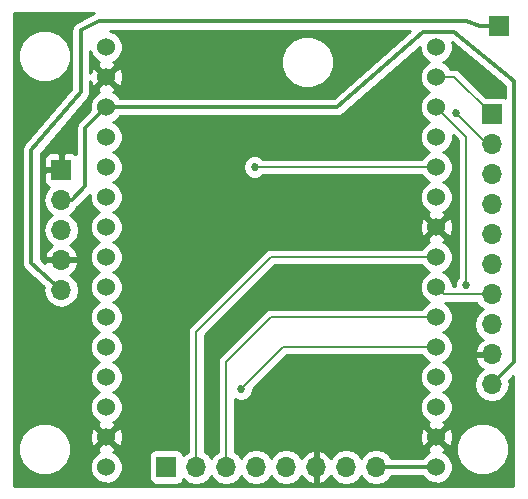
<source format=gtl>
G04 #@! TF.FileFunction,Copper,L1,Top,Signal*
%FSLAX46Y46*%
G04 Gerber Fmt 4.6, Leading zero omitted, Abs format (unit mm)*
G04 Created by KiCad (PCBNEW 4.0.6) date 05/17/17 20:45:08*
%MOMM*%
%LPD*%
G01*
G04 APERTURE LIST*
%ADD10C,0.101600*%
%ADD11C,0.600000*%
%ADD12R,1.700000X1.700000*%
%ADD13O,1.700000X1.700000*%
%ADD14C,1.524000*%
%ADD15C,0.685800*%
%ADD16C,0.152400*%
%ADD17C,0.304800*%
%ADD18C,0.250000*%
%ADD19C,0.254000*%
G04 APERTURE END LIST*
D10*
D11*
X45339000Y-35433000D03*
X81026000Y-40513000D03*
X60325000Y-69342000D03*
X59182000Y-61468000D03*
D12*
X44831000Y-48133000D03*
D13*
X44831000Y-50673000D03*
X44831000Y-53213000D03*
X44831000Y-55753000D03*
X44831000Y-58293000D03*
D14*
X48641000Y-37719000D03*
X48641000Y-40259000D03*
X48641000Y-42799000D03*
X48641000Y-45339000D03*
X48641000Y-47879000D03*
X48641000Y-50419000D03*
X48641000Y-52959000D03*
X48641000Y-55499000D03*
X48641000Y-58039000D03*
X48641000Y-60579000D03*
X48641000Y-63119000D03*
X48641000Y-65659000D03*
X48641000Y-68199000D03*
X48641000Y-70739000D03*
X48641000Y-73279000D03*
X76581000Y-73279000D03*
X76581000Y-70739000D03*
X76581000Y-68199000D03*
X76581000Y-65659000D03*
X76581000Y-63119000D03*
X76581000Y-60579000D03*
X76581000Y-58039000D03*
X76581000Y-55499000D03*
X76581000Y-52959000D03*
X76581000Y-50419000D03*
X76581000Y-47879000D03*
X76581000Y-45339000D03*
X76581000Y-42799000D03*
X76581000Y-40259000D03*
X76581000Y-37719000D03*
D12*
X81280000Y-43434000D03*
D13*
X81280000Y-45974000D03*
X81280000Y-48514000D03*
X81280000Y-51054000D03*
X81280000Y-53594000D03*
X81280000Y-56134000D03*
X81280000Y-58674000D03*
X81280000Y-61214000D03*
X81280000Y-63754000D03*
X81280000Y-66294000D03*
D12*
X53721000Y-73279000D03*
D13*
X56261000Y-73279000D03*
X58801000Y-73279000D03*
X61341000Y-73279000D03*
X63881000Y-73279000D03*
X66421000Y-73279000D03*
X68961000Y-73279000D03*
X71501000Y-73279000D03*
D12*
X81915000Y-35941000D03*
D11*
X42545000Y-42672000D03*
D15*
X60071000Y-66675000D03*
X78232000Y-43307000D03*
X79121000Y-57912000D03*
X61214000Y-47879000D03*
D16*
X76581000Y-63119000D02*
X63627000Y-63119000D01*
X63627000Y-63119000D02*
X60071000Y-66675000D01*
X56261000Y-73279000D02*
X56261000Y-61849000D01*
X56261000Y-61849000D02*
X62611000Y-55499000D01*
X62611000Y-55499000D02*
X76581000Y-55499000D01*
X58801000Y-73279000D02*
X58801000Y-64389000D01*
X58801000Y-64389000D02*
X62611000Y-60579000D01*
X62611000Y-60579000D02*
X76581000Y-60579000D01*
X81280000Y-58674000D02*
X77216000Y-58674000D01*
X77216000Y-58674000D02*
X76581000Y-58039000D01*
D17*
X71501000Y-73279000D02*
X76581000Y-73279000D01*
D18*
X76581000Y-73279000D02*
X76581000Y-73279000D01*
D16*
X76581000Y-40259000D02*
X78105000Y-40259000D01*
X78105000Y-40259000D02*
X81280000Y-43434000D01*
X81280000Y-45974000D02*
X80899000Y-45974000D01*
X80899000Y-45974000D02*
X78232000Y-43307000D01*
X81280000Y-45974000D02*
X80645000Y-45974000D01*
X81026000Y-46228000D02*
X81280000Y-45974000D01*
X79121000Y-57912000D02*
X79121000Y-45339000D01*
X79121000Y-45339000D02*
X76581000Y-42799000D01*
D17*
X48641000Y-42799000D02*
X68199000Y-42799000D01*
X83185000Y-64389000D02*
X81280000Y-66294000D01*
X83185000Y-40640000D02*
X83185000Y-64389000D01*
X78105000Y-36449000D02*
X83185000Y-40640000D01*
X75438000Y-36449000D02*
X78105000Y-36449000D01*
X68199000Y-42799000D02*
X75438000Y-36449000D01*
X44831000Y-50673000D02*
X45720000Y-50673000D01*
X46863000Y-44577000D02*
X48641000Y-42799000D01*
X46863000Y-49530000D02*
X46863000Y-44577000D01*
X45720000Y-50673000D02*
X46863000Y-49530000D01*
D16*
X61595000Y-47879000D02*
X76581000Y-47879000D01*
X61214000Y-47879000D02*
X61595000Y-47879000D01*
X76581000Y-47879000D02*
X76962000Y-47879000D01*
D17*
X81915000Y-35941000D02*
X80264000Y-35941000D01*
X80264000Y-35941000D02*
X79121000Y-35560000D01*
X79121000Y-35560000D02*
X48006000Y-35560000D01*
X48006000Y-35560000D02*
X46482000Y-36322000D01*
X46482000Y-36322000D02*
X46482000Y-41529000D01*
X46482000Y-41529000D02*
X42291000Y-46482000D01*
X42291000Y-46482000D02*
X42291000Y-56007000D01*
X42291000Y-56007000D02*
X44831000Y-58293000D01*
D19*
G36*
X46129864Y-35617728D02*
X46030161Y-35695107D01*
X45925224Y-35765224D01*
X45909506Y-35788747D01*
X45887155Y-35806094D01*
X45824653Y-35915739D01*
X45754537Y-36020675D01*
X45749017Y-36048424D01*
X45735007Y-36073002D01*
X45719222Y-36198215D01*
X45694600Y-36322000D01*
X45694600Y-41240570D01*
X41689910Y-45973385D01*
X41631035Y-46079657D01*
X41563537Y-46180675D01*
X41557076Y-46213157D01*
X41541026Y-46242128D01*
X41527301Y-46362844D01*
X41503600Y-46482000D01*
X41503600Y-56007000D01*
X41507697Y-56027598D01*
X41504688Y-56048385D01*
X41537531Y-56177582D01*
X41563537Y-56308325D01*
X41575206Y-56325789D01*
X41580380Y-56346143D01*
X41660162Y-56452935D01*
X41734224Y-56563776D01*
X41751687Y-56575444D01*
X41764257Y-56592270D01*
X43368084Y-58035714D01*
X43316907Y-58293000D01*
X43429946Y-58861285D01*
X43751853Y-59343054D01*
X44233622Y-59664961D01*
X44801907Y-59778000D01*
X44860093Y-59778000D01*
X45428378Y-59664961D01*
X45910147Y-59343054D01*
X46232054Y-58861285D01*
X46345093Y-58293000D01*
X46232054Y-57724715D01*
X45910147Y-57242946D01*
X45569447Y-57015298D01*
X45712358Y-56948183D01*
X46102645Y-56519924D01*
X46272476Y-56109890D01*
X46151155Y-55880000D01*
X44958000Y-55880000D01*
X44958000Y-55900000D01*
X44704000Y-55900000D01*
X44704000Y-55880000D01*
X43510845Y-55880000D01*
X43451622Y-55992221D01*
X43078400Y-55656321D01*
X43078400Y-47156690D01*
X43346000Y-47156690D01*
X43346000Y-47847250D01*
X43504750Y-48006000D01*
X44704000Y-48006000D01*
X44704000Y-46806750D01*
X44545250Y-46648000D01*
X43854691Y-46648000D01*
X43621302Y-46744673D01*
X43442673Y-46923301D01*
X43346000Y-47156690D01*
X43078400Y-47156690D01*
X43078400Y-46770430D01*
X47083090Y-42037615D01*
X47141965Y-41931343D01*
X47209463Y-41830325D01*
X47215924Y-41797843D01*
X47231974Y-41768872D01*
X47245699Y-41648156D01*
X47269400Y-41529000D01*
X47269400Y-40629936D01*
X47418603Y-40990143D01*
X47660787Y-41059608D01*
X48461395Y-40259000D01*
X48820605Y-40259000D01*
X49621213Y-41059608D01*
X49863397Y-40990143D01*
X50050144Y-40466698D01*
X50022362Y-39911632D01*
X49863397Y-39527857D01*
X49621213Y-39458392D01*
X48820605Y-40259000D01*
X48461395Y-40259000D01*
X47660787Y-39458392D01*
X47418603Y-39527857D01*
X47269400Y-39946068D01*
X47269400Y-38057720D01*
X47455990Y-38509303D01*
X47848630Y-38902629D01*
X48040727Y-38982395D01*
X47909857Y-39036603D01*
X47840392Y-39278787D01*
X48641000Y-40079395D01*
X49288776Y-39431619D01*
X63423613Y-39431619D01*
X63763155Y-40253372D01*
X64391321Y-40882636D01*
X65212481Y-41223611D01*
X66101619Y-41224387D01*
X66923372Y-40884845D01*
X67552636Y-40256679D01*
X67893611Y-39435519D01*
X67894387Y-38546381D01*
X67554845Y-37724628D01*
X66926679Y-37095364D01*
X66105519Y-36754389D01*
X65216381Y-36753613D01*
X64394628Y-37093155D01*
X63765364Y-37721321D01*
X63424389Y-38542481D01*
X63423613Y-39431619D01*
X49288776Y-39431619D01*
X49441608Y-39278787D01*
X49372143Y-39036603D01*
X49231682Y-38986491D01*
X49431303Y-38904010D01*
X49824629Y-38511370D01*
X50037757Y-37998100D01*
X50038242Y-37442339D01*
X49826010Y-36928697D01*
X49433370Y-36535371D01*
X48980685Y-36347400D01*
X74359776Y-36347400D01*
X67902589Y-42011600D01*
X49827209Y-42011600D01*
X49826010Y-42008697D01*
X49433370Y-41615371D01*
X49241273Y-41535605D01*
X49372143Y-41481397D01*
X49441608Y-41239213D01*
X48641000Y-40438605D01*
X47840392Y-41239213D01*
X47909857Y-41481397D01*
X48050318Y-41531509D01*
X47850697Y-41613990D01*
X47457371Y-42006630D01*
X47244243Y-42519900D01*
X47243758Y-43075661D01*
X47245813Y-43080635D01*
X46306224Y-44020224D01*
X46135537Y-44275675D01*
X46075600Y-44577000D01*
X46075600Y-46779575D01*
X46040698Y-46744673D01*
X45807309Y-46648000D01*
X45116750Y-46648000D01*
X44958000Y-46806750D01*
X44958000Y-48006000D01*
X44978000Y-48006000D01*
X44978000Y-48260000D01*
X44958000Y-48260000D01*
X44958000Y-48280000D01*
X44704000Y-48280000D01*
X44704000Y-48260000D01*
X43504750Y-48260000D01*
X43346000Y-48418750D01*
X43346000Y-49109310D01*
X43442673Y-49342699D01*
X43621302Y-49521327D01*
X43795777Y-49593597D01*
X43751853Y-49622946D01*
X43429946Y-50104715D01*
X43316907Y-50673000D01*
X43429946Y-51241285D01*
X43751853Y-51723054D01*
X44081026Y-51943000D01*
X43751853Y-52162946D01*
X43429946Y-52644715D01*
X43316907Y-53213000D01*
X43429946Y-53781285D01*
X43751853Y-54263054D01*
X44092553Y-54490702D01*
X43949642Y-54557817D01*
X43559355Y-54986076D01*
X43389524Y-55396110D01*
X43510845Y-55626000D01*
X44704000Y-55626000D01*
X44704000Y-55606000D01*
X44958000Y-55606000D01*
X44958000Y-55626000D01*
X46151155Y-55626000D01*
X46272476Y-55396110D01*
X46102645Y-54986076D01*
X45712358Y-54557817D01*
X45569447Y-54490702D01*
X45910147Y-54263054D01*
X46232054Y-53781285D01*
X46345093Y-53213000D01*
X46232054Y-52644715D01*
X45910147Y-52162946D01*
X45580974Y-51943000D01*
X45910147Y-51723054D01*
X46209876Y-51274477D01*
X46276776Y-51229776D01*
X47244136Y-50262416D01*
X47243758Y-50695661D01*
X47455990Y-51209303D01*
X47848630Y-51602629D01*
X48056512Y-51688949D01*
X47850697Y-51773990D01*
X47457371Y-52166630D01*
X47244243Y-52679900D01*
X47243758Y-53235661D01*
X47455990Y-53749303D01*
X47848630Y-54142629D01*
X48056512Y-54228949D01*
X47850697Y-54313990D01*
X47457371Y-54706630D01*
X47244243Y-55219900D01*
X47243758Y-55775661D01*
X47455990Y-56289303D01*
X47848630Y-56682629D01*
X48056512Y-56768949D01*
X47850697Y-56853990D01*
X47457371Y-57246630D01*
X47244243Y-57759900D01*
X47243758Y-58315661D01*
X47455990Y-58829303D01*
X47848630Y-59222629D01*
X48056512Y-59308949D01*
X47850697Y-59393990D01*
X47457371Y-59786630D01*
X47244243Y-60299900D01*
X47243758Y-60855661D01*
X47455990Y-61369303D01*
X47848630Y-61762629D01*
X48056512Y-61848949D01*
X47850697Y-61933990D01*
X47457371Y-62326630D01*
X47244243Y-62839900D01*
X47243758Y-63395661D01*
X47455990Y-63909303D01*
X47848630Y-64302629D01*
X48056512Y-64388949D01*
X47850697Y-64473990D01*
X47457371Y-64866630D01*
X47244243Y-65379900D01*
X47243758Y-65935661D01*
X47455990Y-66449303D01*
X47848630Y-66842629D01*
X48056512Y-66928949D01*
X47850697Y-67013990D01*
X47457371Y-67406630D01*
X47244243Y-67919900D01*
X47243758Y-68475661D01*
X47455990Y-68989303D01*
X47848630Y-69382629D01*
X48040727Y-69462395D01*
X47909857Y-69516603D01*
X47840392Y-69758787D01*
X48641000Y-70559395D01*
X49441608Y-69758787D01*
X49372143Y-69516603D01*
X49231682Y-69466491D01*
X49431303Y-69384010D01*
X49824629Y-68991370D01*
X50037757Y-68478100D01*
X50038242Y-67922339D01*
X49826010Y-67408697D01*
X49433370Y-67015371D01*
X49225488Y-66929051D01*
X49431303Y-66844010D01*
X49824629Y-66451370D01*
X50037757Y-65938100D01*
X50038242Y-65382339D01*
X49826010Y-64868697D01*
X49433370Y-64475371D01*
X49225488Y-64389051D01*
X49431303Y-64304010D01*
X49824629Y-63911370D01*
X50037757Y-63398100D01*
X50038242Y-62842339D01*
X49826010Y-62328697D01*
X49433370Y-61935371D01*
X49225488Y-61849051D01*
X49431303Y-61764010D01*
X49824629Y-61371370D01*
X50037757Y-60858100D01*
X50038242Y-60302339D01*
X49826010Y-59788697D01*
X49433370Y-59395371D01*
X49225488Y-59309051D01*
X49431303Y-59224010D01*
X49824629Y-58831370D01*
X50037757Y-58318100D01*
X50038242Y-57762339D01*
X49826010Y-57248697D01*
X49433370Y-56855371D01*
X49225488Y-56769051D01*
X49431303Y-56684010D01*
X49824629Y-56291370D01*
X50037757Y-55778100D01*
X50038242Y-55222339D01*
X49826010Y-54708697D01*
X49433370Y-54315371D01*
X49225488Y-54229051D01*
X49431303Y-54144010D01*
X49824629Y-53751370D01*
X50037757Y-53238100D01*
X50038181Y-52751302D01*
X75171856Y-52751302D01*
X75199638Y-53306368D01*
X75358603Y-53690143D01*
X75600787Y-53759608D01*
X76401395Y-52959000D01*
X76760605Y-52959000D01*
X77561213Y-53759608D01*
X77803397Y-53690143D01*
X77990144Y-53166698D01*
X77962362Y-52611632D01*
X77803397Y-52227857D01*
X77561213Y-52158392D01*
X76760605Y-52959000D01*
X76401395Y-52959000D01*
X75600787Y-52158392D01*
X75358603Y-52227857D01*
X75171856Y-52751302D01*
X50038181Y-52751302D01*
X50038242Y-52682339D01*
X49826010Y-52168697D01*
X49433370Y-51775371D01*
X49225488Y-51689051D01*
X49431303Y-51604010D01*
X49824629Y-51211370D01*
X50037757Y-50698100D01*
X50038242Y-50142339D01*
X49826010Y-49628697D01*
X49433370Y-49235371D01*
X49225488Y-49149051D01*
X49431303Y-49064010D01*
X49824629Y-48671370D01*
X50037757Y-48158100D01*
X50038242Y-47602339D01*
X49826010Y-47088697D01*
X49433370Y-46695371D01*
X49225488Y-46609051D01*
X49431303Y-46524010D01*
X49824629Y-46131370D01*
X50037757Y-45618100D01*
X50038242Y-45062339D01*
X49826010Y-44548697D01*
X49433370Y-44155371D01*
X49225488Y-44069051D01*
X49431303Y-43984010D01*
X49824629Y-43591370D01*
X49826693Y-43586400D01*
X68199000Y-43586400D01*
X68324909Y-43561355D01*
X68452193Y-43544582D01*
X68474763Y-43531548D01*
X68500325Y-43526463D01*
X68607072Y-43455137D01*
X68718241Y-43390935D01*
X75183999Y-37719217D01*
X75183758Y-37995661D01*
X75395990Y-38509303D01*
X75788630Y-38902629D01*
X75996512Y-38988949D01*
X75790697Y-39073990D01*
X75397371Y-39466630D01*
X75184243Y-39979900D01*
X75183758Y-40535661D01*
X75395990Y-41049303D01*
X75788630Y-41442629D01*
X75996512Y-41528949D01*
X75790697Y-41613990D01*
X75397371Y-42006630D01*
X75184243Y-42519900D01*
X75183758Y-43075661D01*
X75395990Y-43589303D01*
X75788630Y-43982629D01*
X75996512Y-44068949D01*
X75790697Y-44153990D01*
X75397371Y-44546630D01*
X75184243Y-45059900D01*
X75183758Y-45615661D01*
X75395990Y-46129303D01*
X75788630Y-46522629D01*
X75996512Y-46608949D01*
X75790697Y-46693990D01*
X75397371Y-47086630D01*
X75363666Y-47167800D01*
X61885794Y-47167800D01*
X61768659Y-47050460D01*
X61409370Y-46901270D01*
X61020337Y-46900931D01*
X60660788Y-47049493D01*
X60385460Y-47324341D01*
X60236270Y-47683630D01*
X60235931Y-48072663D01*
X60384493Y-48432212D01*
X60659341Y-48707540D01*
X61018630Y-48856730D01*
X61407663Y-48857069D01*
X61767212Y-48708507D01*
X61885726Y-48590200D01*
X75363305Y-48590200D01*
X75395990Y-48669303D01*
X75788630Y-49062629D01*
X75996512Y-49148949D01*
X75790697Y-49233990D01*
X75397371Y-49626630D01*
X75184243Y-50139900D01*
X75183758Y-50695661D01*
X75395990Y-51209303D01*
X75788630Y-51602629D01*
X75980727Y-51682395D01*
X75849857Y-51736603D01*
X75780392Y-51978787D01*
X76581000Y-52779395D01*
X77381608Y-51978787D01*
X77312143Y-51736603D01*
X77171682Y-51686491D01*
X77371303Y-51604010D01*
X77764629Y-51211370D01*
X77977757Y-50698100D01*
X77978242Y-50142339D01*
X77766010Y-49628697D01*
X77373370Y-49235371D01*
X77165488Y-49149051D01*
X77371303Y-49064010D01*
X77764629Y-48671370D01*
X77977757Y-48158100D01*
X77978242Y-47602339D01*
X77766010Y-47088697D01*
X77373370Y-46695371D01*
X77165488Y-46609051D01*
X77371303Y-46524010D01*
X77764629Y-46131370D01*
X77977757Y-45618100D01*
X77978120Y-45201909D01*
X78409800Y-45633589D01*
X78409800Y-57240206D01*
X78292460Y-57357341D01*
X78143270Y-57716630D01*
X78143055Y-57962800D01*
X77978067Y-57962800D01*
X77978242Y-57762339D01*
X77766010Y-57248697D01*
X77373370Y-56855371D01*
X77165488Y-56769051D01*
X77371303Y-56684010D01*
X77764629Y-56291370D01*
X77977757Y-55778100D01*
X77978242Y-55222339D01*
X77766010Y-54708697D01*
X77373370Y-54315371D01*
X77181273Y-54235605D01*
X77312143Y-54181397D01*
X77381608Y-53939213D01*
X76581000Y-53138605D01*
X75780392Y-53939213D01*
X75849857Y-54181397D01*
X75990318Y-54231509D01*
X75790697Y-54313990D01*
X75397371Y-54706630D01*
X75363666Y-54787800D01*
X62611000Y-54787800D01*
X62383990Y-54832955D01*
X62338835Y-54841937D01*
X62108106Y-54996106D01*
X55758106Y-61346106D01*
X55603937Y-61576835D01*
X55603937Y-61576836D01*
X55549800Y-61849000D01*
X55549800Y-71973439D01*
X55210946Y-72199853D01*
X55183150Y-72241452D01*
X55174162Y-72193683D01*
X55035090Y-71977559D01*
X54822890Y-71832569D01*
X54571000Y-71781560D01*
X52871000Y-71781560D01*
X52635683Y-71825838D01*
X52419559Y-71964910D01*
X52274569Y-72177110D01*
X52223560Y-72429000D01*
X52223560Y-74129000D01*
X52267838Y-74364317D01*
X52406910Y-74580441D01*
X52619110Y-74725431D01*
X52871000Y-74776440D01*
X54571000Y-74776440D01*
X54806317Y-74732162D01*
X55022441Y-74593090D01*
X55167431Y-74380890D01*
X55181086Y-74313459D01*
X55210946Y-74358147D01*
X55692715Y-74680054D01*
X56261000Y-74793093D01*
X56829285Y-74680054D01*
X57311054Y-74358147D01*
X57531000Y-74028974D01*
X57750946Y-74358147D01*
X58232715Y-74680054D01*
X58801000Y-74793093D01*
X59369285Y-74680054D01*
X59851054Y-74358147D01*
X60071000Y-74028974D01*
X60290946Y-74358147D01*
X60772715Y-74680054D01*
X61341000Y-74793093D01*
X61909285Y-74680054D01*
X62391054Y-74358147D01*
X62611000Y-74028974D01*
X62830946Y-74358147D01*
X63312715Y-74680054D01*
X63881000Y-74793093D01*
X64449285Y-74680054D01*
X64931054Y-74358147D01*
X65158702Y-74017447D01*
X65225817Y-74160358D01*
X65654076Y-74550645D01*
X66064110Y-74720476D01*
X66294000Y-74599155D01*
X66294000Y-73406000D01*
X66274000Y-73406000D01*
X66274000Y-73152000D01*
X66294000Y-73152000D01*
X66294000Y-71958845D01*
X66548000Y-71958845D01*
X66548000Y-73152000D01*
X66568000Y-73152000D01*
X66568000Y-73406000D01*
X66548000Y-73406000D01*
X66548000Y-74599155D01*
X66777890Y-74720476D01*
X67187924Y-74550645D01*
X67616183Y-74160358D01*
X67683298Y-74017447D01*
X67910946Y-74358147D01*
X68392715Y-74680054D01*
X68961000Y-74793093D01*
X69529285Y-74680054D01*
X70011054Y-74358147D01*
X70231000Y-74028974D01*
X70450946Y-74358147D01*
X70932715Y-74680054D01*
X71501000Y-74793093D01*
X72069285Y-74680054D01*
X72551054Y-74358147D01*
X72745993Y-74066400D01*
X75394791Y-74066400D01*
X75395990Y-74069303D01*
X75788630Y-74462629D01*
X76301900Y-74675757D01*
X76857661Y-74676242D01*
X77371303Y-74464010D01*
X77764629Y-74071370D01*
X77977757Y-73558100D01*
X77978242Y-73002339D01*
X77766010Y-72488697D01*
X77475440Y-72197619D01*
X78282613Y-72197619D01*
X78622155Y-73019372D01*
X79250321Y-73648636D01*
X80071481Y-73989611D01*
X80960619Y-73990387D01*
X81782372Y-73650845D01*
X82411636Y-73022679D01*
X82752611Y-72201519D01*
X82753387Y-71312381D01*
X82413845Y-70490628D01*
X81785679Y-69861364D01*
X80964519Y-69520389D01*
X80075381Y-69519613D01*
X79253628Y-69859155D01*
X78624364Y-70487321D01*
X78283389Y-71308481D01*
X78282613Y-72197619D01*
X77475440Y-72197619D01*
X77373370Y-72095371D01*
X77181273Y-72015605D01*
X77312143Y-71961397D01*
X77381608Y-71719213D01*
X76581000Y-70918605D01*
X75780392Y-71719213D01*
X75849857Y-71961397D01*
X75990318Y-72011509D01*
X75790697Y-72093990D01*
X75397371Y-72486630D01*
X75395307Y-72491600D01*
X72745993Y-72491600D01*
X72551054Y-72199853D01*
X72069285Y-71877946D01*
X71501000Y-71764907D01*
X70932715Y-71877946D01*
X70450946Y-72199853D01*
X70231000Y-72529026D01*
X70011054Y-72199853D01*
X69529285Y-71877946D01*
X68961000Y-71764907D01*
X68392715Y-71877946D01*
X67910946Y-72199853D01*
X67683298Y-72540553D01*
X67616183Y-72397642D01*
X67187924Y-72007355D01*
X66777890Y-71837524D01*
X66548000Y-71958845D01*
X66294000Y-71958845D01*
X66064110Y-71837524D01*
X65654076Y-72007355D01*
X65225817Y-72397642D01*
X65158702Y-72540553D01*
X64931054Y-72199853D01*
X64449285Y-71877946D01*
X63881000Y-71764907D01*
X63312715Y-71877946D01*
X62830946Y-72199853D01*
X62611000Y-72529026D01*
X62391054Y-72199853D01*
X61909285Y-71877946D01*
X61341000Y-71764907D01*
X60772715Y-71877946D01*
X60290946Y-72199853D01*
X60071000Y-72529026D01*
X59851054Y-72199853D01*
X59512200Y-71973439D01*
X59512200Y-70531302D01*
X75171856Y-70531302D01*
X75199638Y-71086368D01*
X75358603Y-71470143D01*
X75600787Y-71539608D01*
X76401395Y-70739000D01*
X76760605Y-70739000D01*
X77561213Y-71539608D01*
X77803397Y-71470143D01*
X77990144Y-70946698D01*
X77962362Y-70391632D01*
X77803397Y-70007857D01*
X77561213Y-69938392D01*
X76760605Y-70739000D01*
X76401395Y-70739000D01*
X75600787Y-69938392D01*
X75358603Y-70007857D01*
X75171856Y-70531302D01*
X59512200Y-70531302D01*
X59512200Y-67499392D01*
X59516341Y-67503540D01*
X59875630Y-67652730D01*
X60264663Y-67653069D01*
X60624212Y-67504507D01*
X60899540Y-67229659D01*
X61048730Y-66870370D01*
X61048876Y-66702912D01*
X63921589Y-63830200D01*
X75363305Y-63830200D01*
X75395990Y-63909303D01*
X75788630Y-64302629D01*
X75996512Y-64388949D01*
X75790697Y-64473990D01*
X75397371Y-64866630D01*
X75184243Y-65379900D01*
X75183758Y-65935661D01*
X75395990Y-66449303D01*
X75788630Y-66842629D01*
X75996512Y-66928949D01*
X75790697Y-67013990D01*
X75397371Y-67406630D01*
X75184243Y-67919900D01*
X75183758Y-68475661D01*
X75395990Y-68989303D01*
X75788630Y-69382629D01*
X75980727Y-69462395D01*
X75849857Y-69516603D01*
X75780392Y-69758787D01*
X76581000Y-70559395D01*
X77381608Y-69758787D01*
X77312143Y-69516603D01*
X77171682Y-69466491D01*
X77371303Y-69384010D01*
X77764629Y-68991370D01*
X77977757Y-68478100D01*
X77978242Y-67922339D01*
X77766010Y-67408697D01*
X77373370Y-67015371D01*
X77165488Y-66929051D01*
X77371303Y-66844010D01*
X77764629Y-66451370D01*
X77977757Y-65938100D01*
X77978242Y-65382339D01*
X77766010Y-64868697D01*
X77373370Y-64475371D01*
X77165488Y-64389051D01*
X77371303Y-64304010D01*
X77764629Y-63911370D01*
X77977757Y-63398100D01*
X77978242Y-62842339D01*
X77766010Y-62328697D01*
X77373370Y-61935371D01*
X77165488Y-61849051D01*
X77371303Y-61764010D01*
X77764629Y-61371370D01*
X77977757Y-60858100D01*
X77978242Y-60302339D01*
X77766010Y-59788697D01*
X77373370Y-59395371D01*
X77348875Y-59385200D01*
X79974439Y-59385200D01*
X80200853Y-59724054D01*
X80530026Y-59944000D01*
X80200853Y-60163946D01*
X79878946Y-60645715D01*
X79765907Y-61214000D01*
X79878946Y-61782285D01*
X80200853Y-62264054D01*
X80541553Y-62491702D01*
X80398642Y-62558817D01*
X80008355Y-62987076D01*
X79838524Y-63397110D01*
X79959845Y-63627000D01*
X81153000Y-63627000D01*
X81153000Y-63607000D01*
X81407000Y-63607000D01*
X81407000Y-63627000D01*
X81427000Y-63627000D01*
X81427000Y-63881000D01*
X81407000Y-63881000D01*
X81407000Y-63901000D01*
X81153000Y-63901000D01*
X81153000Y-63881000D01*
X79959845Y-63881000D01*
X79838524Y-64110890D01*
X80008355Y-64520924D01*
X80398642Y-64949183D01*
X80541553Y-65016298D01*
X80200853Y-65243946D01*
X79878946Y-65725715D01*
X79765907Y-66294000D01*
X79878946Y-66862285D01*
X80200853Y-67344054D01*
X80682622Y-67665961D01*
X81250907Y-67779000D01*
X81309093Y-67779000D01*
X81877378Y-67665961D01*
X82359147Y-67344054D01*
X82681054Y-66862285D01*
X82794093Y-66294000D01*
X82727639Y-65959913D01*
X83110000Y-65577552D01*
X83110000Y-74855000D01*
X40842000Y-74855000D01*
X40842000Y-72197619D01*
X41198613Y-72197619D01*
X41538155Y-73019372D01*
X42166321Y-73648636D01*
X42987481Y-73989611D01*
X43876619Y-73990387D01*
X44698372Y-73650845D01*
X44793722Y-73555661D01*
X47243758Y-73555661D01*
X47455990Y-74069303D01*
X47848630Y-74462629D01*
X48361900Y-74675757D01*
X48917661Y-74676242D01*
X49431303Y-74464010D01*
X49824629Y-74071370D01*
X50037757Y-73558100D01*
X50038242Y-73002339D01*
X49826010Y-72488697D01*
X49433370Y-72095371D01*
X49241273Y-72015605D01*
X49372143Y-71961397D01*
X49441608Y-71719213D01*
X48641000Y-70918605D01*
X47840392Y-71719213D01*
X47909857Y-71961397D01*
X48050318Y-72011509D01*
X47850697Y-72093990D01*
X47457371Y-72486630D01*
X47244243Y-72999900D01*
X47243758Y-73555661D01*
X44793722Y-73555661D01*
X45327636Y-73022679D01*
X45668611Y-72201519D01*
X45669387Y-71312381D01*
X45346652Y-70531302D01*
X47231856Y-70531302D01*
X47259638Y-71086368D01*
X47418603Y-71470143D01*
X47660787Y-71539608D01*
X48461395Y-70739000D01*
X48820605Y-70739000D01*
X49621213Y-71539608D01*
X49863397Y-71470143D01*
X50050144Y-70946698D01*
X50022362Y-70391632D01*
X49863397Y-70007857D01*
X49621213Y-69938392D01*
X48820605Y-70739000D01*
X48461395Y-70739000D01*
X47660787Y-69938392D01*
X47418603Y-70007857D01*
X47231856Y-70531302D01*
X45346652Y-70531302D01*
X45329845Y-70490628D01*
X44701679Y-69861364D01*
X43880519Y-69520389D01*
X42991381Y-69519613D01*
X42169628Y-69859155D01*
X41540364Y-70487321D01*
X41199389Y-71308481D01*
X41198613Y-72197619D01*
X40842000Y-72197619D01*
X40842000Y-38923619D01*
X41198613Y-38923619D01*
X41538155Y-39745372D01*
X42166321Y-40374636D01*
X42987481Y-40715611D01*
X43876619Y-40716387D01*
X44698372Y-40376845D01*
X45327636Y-39748679D01*
X45668611Y-38927519D01*
X45669387Y-38038381D01*
X45329845Y-37216628D01*
X44701679Y-36587364D01*
X43880519Y-36246389D01*
X42991381Y-36245613D01*
X42169628Y-36585155D01*
X41540364Y-37213321D01*
X41199389Y-38034481D01*
X41198613Y-38923619D01*
X40842000Y-38923619D01*
X40842000Y-34873000D01*
X47619320Y-34873000D01*
X46129864Y-35617728D01*
X46129864Y-35617728D01*
G37*
X46129864Y-35617728D02*
X46030161Y-35695107D01*
X45925224Y-35765224D01*
X45909506Y-35788747D01*
X45887155Y-35806094D01*
X45824653Y-35915739D01*
X45754537Y-36020675D01*
X45749017Y-36048424D01*
X45735007Y-36073002D01*
X45719222Y-36198215D01*
X45694600Y-36322000D01*
X45694600Y-41240570D01*
X41689910Y-45973385D01*
X41631035Y-46079657D01*
X41563537Y-46180675D01*
X41557076Y-46213157D01*
X41541026Y-46242128D01*
X41527301Y-46362844D01*
X41503600Y-46482000D01*
X41503600Y-56007000D01*
X41507697Y-56027598D01*
X41504688Y-56048385D01*
X41537531Y-56177582D01*
X41563537Y-56308325D01*
X41575206Y-56325789D01*
X41580380Y-56346143D01*
X41660162Y-56452935D01*
X41734224Y-56563776D01*
X41751687Y-56575444D01*
X41764257Y-56592270D01*
X43368084Y-58035714D01*
X43316907Y-58293000D01*
X43429946Y-58861285D01*
X43751853Y-59343054D01*
X44233622Y-59664961D01*
X44801907Y-59778000D01*
X44860093Y-59778000D01*
X45428378Y-59664961D01*
X45910147Y-59343054D01*
X46232054Y-58861285D01*
X46345093Y-58293000D01*
X46232054Y-57724715D01*
X45910147Y-57242946D01*
X45569447Y-57015298D01*
X45712358Y-56948183D01*
X46102645Y-56519924D01*
X46272476Y-56109890D01*
X46151155Y-55880000D01*
X44958000Y-55880000D01*
X44958000Y-55900000D01*
X44704000Y-55900000D01*
X44704000Y-55880000D01*
X43510845Y-55880000D01*
X43451622Y-55992221D01*
X43078400Y-55656321D01*
X43078400Y-47156690D01*
X43346000Y-47156690D01*
X43346000Y-47847250D01*
X43504750Y-48006000D01*
X44704000Y-48006000D01*
X44704000Y-46806750D01*
X44545250Y-46648000D01*
X43854691Y-46648000D01*
X43621302Y-46744673D01*
X43442673Y-46923301D01*
X43346000Y-47156690D01*
X43078400Y-47156690D01*
X43078400Y-46770430D01*
X47083090Y-42037615D01*
X47141965Y-41931343D01*
X47209463Y-41830325D01*
X47215924Y-41797843D01*
X47231974Y-41768872D01*
X47245699Y-41648156D01*
X47269400Y-41529000D01*
X47269400Y-40629936D01*
X47418603Y-40990143D01*
X47660787Y-41059608D01*
X48461395Y-40259000D01*
X48820605Y-40259000D01*
X49621213Y-41059608D01*
X49863397Y-40990143D01*
X50050144Y-40466698D01*
X50022362Y-39911632D01*
X49863397Y-39527857D01*
X49621213Y-39458392D01*
X48820605Y-40259000D01*
X48461395Y-40259000D01*
X47660787Y-39458392D01*
X47418603Y-39527857D01*
X47269400Y-39946068D01*
X47269400Y-38057720D01*
X47455990Y-38509303D01*
X47848630Y-38902629D01*
X48040727Y-38982395D01*
X47909857Y-39036603D01*
X47840392Y-39278787D01*
X48641000Y-40079395D01*
X49288776Y-39431619D01*
X63423613Y-39431619D01*
X63763155Y-40253372D01*
X64391321Y-40882636D01*
X65212481Y-41223611D01*
X66101619Y-41224387D01*
X66923372Y-40884845D01*
X67552636Y-40256679D01*
X67893611Y-39435519D01*
X67894387Y-38546381D01*
X67554845Y-37724628D01*
X66926679Y-37095364D01*
X66105519Y-36754389D01*
X65216381Y-36753613D01*
X64394628Y-37093155D01*
X63765364Y-37721321D01*
X63424389Y-38542481D01*
X63423613Y-39431619D01*
X49288776Y-39431619D01*
X49441608Y-39278787D01*
X49372143Y-39036603D01*
X49231682Y-38986491D01*
X49431303Y-38904010D01*
X49824629Y-38511370D01*
X50037757Y-37998100D01*
X50038242Y-37442339D01*
X49826010Y-36928697D01*
X49433370Y-36535371D01*
X48980685Y-36347400D01*
X74359776Y-36347400D01*
X67902589Y-42011600D01*
X49827209Y-42011600D01*
X49826010Y-42008697D01*
X49433370Y-41615371D01*
X49241273Y-41535605D01*
X49372143Y-41481397D01*
X49441608Y-41239213D01*
X48641000Y-40438605D01*
X47840392Y-41239213D01*
X47909857Y-41481397D01*
X48050318Y-41531509D01*
X47850697Y-41613990D01*
X47457371Y-42006630D01*
X47244243Y-42519900D01*
X47243758Y-43075661D01*
X47245813Y-43080635D01*
X46306224Y-44020224D01*
X46135537Y-44275675D01*
X46075600Y-44577000D01*
X46075600Y-46779575D01*
X46040698Y-46744673D01*
X45807309Y-46648000D01*
X45116750Y-46648000D01*
X44958000Y-46806750D01*
X44958000Y-48006000D01*
X44978000Y-48006000D01*
X44978000Y-48260000D01*
X44958000Y-48260000D01*
X44958000Y-48280000D01*
X44704000Y-48280000D01*
X44704000Y-48260000D01*
X43504750Y-48260000D01*
X43346000Y-48418750D01*
X43346000Y-49109310D01*
X43442673Y-49342699D01*
X43621302Y-49521327D01*
X43795777Y-49593597D01*
X43751853Y-49622946D01*
X43429946Y-50104715D01*
X43316907Y-50673000D01*
X43429946Y-51241285D01*
X43751853Y-51723054D01*
X44081026Y-51943000D01*
X43751853Y-52162946D01*
X43429946Y-52644715D01*
X43316907Y-53213000D01*
X43429946Y-53781285D01*
X43751853Y-54263054D01*
X44092553Y-54490702D01*
X43949642Y-54557817D01*
X43559355Y-54986076D01*
X43389524Y-55396110D01*
X43510845Y-55626000D01*
X44704000Y-55626000D01*
X44704000Y-55606000D01*
X44958000Y-55606000D01*
X44958000Y-55626000D01*
X46151155Y-55626000D01*
X46272476Y-55396110D01*
X46102645Y-54986076D01*
X45712358Y-54557817D01*
X45569447Y-54490702D01*
X45910147Y-54263054D01*
X46232054Y-53781285D01*
X46345093Y-53213000D01*
X46232054Y-52644715D01*
X45910147Y-52162946D01*
X45580974Y-51943000D01*
X45910147Y-51723054D01*
X46209876Y-51274477D01*
X46276776Y-51229776D01*
X47244136Y-50262416D01*
X47243758Y-50695661D01*
X47455990Y-51209303D01*
X47848630Y-51602629D01*
X48056512Y-51688949D01*
X47850697Y-51773990D01*
X47457371Y-52166630D01*
X47244243Y-52679900D01*
X47243758Y-53235661D01*
X47455990Y-53749303D01*
X47848630Y-54142629D01*
X48056512Y-54228949D01*
X47850697Y-54313990D01*
X47457371Y-54706630D01*
X47244243Y-55219900D01*
X47243758Y-55775661D01*
X47455990Y-56289303D01*
X47848630Y-56682629D01*
X48056512Y-56768949D01*
X47850697Y-56853990D01*
X47457371Y-57246630D01*
X47244243Y-57759900D01*
X47243758Y-58315661D01*
X47455990Y-58829303D01*
X47848630Y-59222629D01*
X48056512Y-59308949D01*
X47850697Y-59393990D01*
X47457371Y-59786630D01*
X47244243Y-60299900D01*
X47243758Y-60855661D01*
X47455990Y-61369303D01*
X47848630Y-61762629D01*
X48056512Y-61848949D01*
X47850697Y-61933990D01*
X47457371Y-62326630D01*
X47244243Y-62839900D01*
X47243758Y-63395661D01*
X47455990Y-63909303D01*
X47848630Y-64302629D01*
X48056512Y-64388949D01*
X47850697Y-64473990D01*
X47457371Y-64866630D01*
X47244243Y-65379900D01*
X47243758Y-65935661D01*
X47455990Y-66449303D01*
X47848630Y-66842629D01*
X48056512Y-66928949D01*
X47850697Y-67013990D01*
X47457371Y-67406630D01*
X47244243Y-67919900D01*
X47243758Y-68475661D01*
X47455990Y-68989303D01*
X47848630Y-69382629D01*
X48040727Y-69462395D01*
X47909857Y-69516603D01*
X47840392Y-69758787D01*
X48641000Y-70559395D01*
X49441608Y-69758787D01*
X49372143Y-69516603D01*
X49231682Y-69466491D01*
X49431303Y-69384010D01*
X49824629Y-68991370D01*
X50037757Y-68478100D01*
X50038242Y-67922339D01*
X49826010Y-67408697D01*
X49433370Y-67015371D01*
X49225488Y-66929051D01*
X49431303Y-66844010D01*
X49824629Y-66451370D01*
X50037757Y-65938100D01*
X50038242Y-65382339D01*
X49826010Y-64868697D01*
X49433370Y-64475371D01*
X49225488Y-64389051D01*
X49431303Y-64304010D01*
X49824629Y-63911370D01*
X50037757Y-63398100D01*
X50038242Y-62842339D01*
X49826010Y-62328697D01*
X49433370Y-61935371D01*
X49225488Y-61849051D01*
X49431303Y-61764010D01*
X49824629Y-61371370D01*
X50037757Y-60858100D01*
X50038242Y-60302339D01*
X49826010Y-59788697D01*
X49433370Y-59395371D01*
X49225488Y-59309051D01*
X49431303Y-59224010D01*
X49824629Y-58831370D01*
X50037757Y-58318100D01*
X50038242Y-57762339D01*
X49826010Y-57248697D01*
X49433370Y-56855371D01*
X49225488Y-56769051D01*
X49431303Y-56684010D01*
X49824629Y-56291370D01*
X50037757Y-55778100D01*
X50038242Y-55222339D01*
X49826010Y-54708697D01*
X49433370Y-54315371D01*
X49225488Y-54229051D01*
X49431303Y-54144010D01*
X49824629Y-53751370D01*
X50037757Y-53238100D01*
X50038181Y-52751302D01*
X75171856Y-52751302D01*
X75199638Y-53306368D01*
X75358603Y-53690143D01*
X75600787Y-53759608D01*
X76401395Y-52959000D01*
X76760605Y-52959000D01*
X77561213Y-53759608D01*
X77803397Y-53690143D01*
X77990144Y-53166698D01*
X77962362Y-52611632D01*
X77803397Y-52227857D01*
X77561213Y-52158392D01*
X76760605Y-52959000D01*
X76401395Y-52959000D01*
X75600787Y-52158392D01*
X75358603Y-52227857D01*
X75171856Y-52751302D01*
X50038181Y-52751302D01*
X50038242Y-52682339D01*
X49826010Y-52168697D01*
X49433370Y-51775371D01*
X49225488Y-51689051D01*
X49431303Y-51604010D01*
X49824629Y-51211370D01*
X50037757Y-50698100D01*
X50038242Y-50142339D01*
X49826010Y-49628697D01*
X49433370Y-49235371D01*
X49225488Y-49149051D01*
X49431303Y-49064010D01*
X49824629Y-48671370D01*
X50037757Y-48158100D01*
X50038242Y-47602339D01*
X49826010Y-47088697D01*
X49433370Y-46695371D01*
X49225488Y-46609051D01*
X49431303Y-46524010D01*
X49824629Y-46131370D01*
X50037757Y-45618100D01*
X50038242Y-45062339D01*
X49826010Y-44548697D01*
X49433370Y-44155371D01*
X49225488Y-44069051D01*
X49431303Y-43984010D01*
X49824629Y-43591370D01*
X49826693Y-43586400D01*
X68199000Y-43586400D01*
X68324909Y-43561355D01*
X68452193Y-43544582D01*
X68474763Y-43531548D01*
X68500325Y-43526463D01*
X68607072Y-43455137D01*
X68718241Y-43390935D01*
X75183999Y-37719217D01*
X75183758Y-37995661D01*
X75395990Y-38509303D01*
X75788630Y-38902629D01*
X75996512Y-38988949D01*
X75790697Y-39073990D01*
X75397371Y-39466630D01*
X75184243Y-39979900D01*
X75183758Y-40535661D01*
X75395990Y-41049303D01*
X75788630Y-41442629D01*
X75996512Y-41528949D01*
X75790697Y-41613990D01*
X75397371Y-42006630D01*
X75184243Y-42519900D01*
X75183758Y-43075661D01*
X75395990Y-43589303D01*
X75788630Y-43982629D01*
X75996512Y-44068949D01*
X75790697Y-44153990D01*
X75397371Y-44546630D01*
X75184243Y-45059900D01*
X75183758Y-45615661D01*
X75395990Y-46129303D01*
X75788630Y-46522629D01*
X75996512Y-46608949D01*
X75790697Y-46693990D01*
X75397371Y-47086630D01*
X75363666Y-47167800D01*
X61885794Y-47167800D01*
X61768659Y-47050460D01*
X61409370Y-46901270D01*
X61020337Y-46900931D01*
X60660788Y-47049493D01*
X60385460Y-47324341D01*
X60236270Y-47683630D01*
X60235931Y-48072663D01*
X60384493Y-48432212D01*
X60659341Y-48707540D01*
X61018630Y-48856730D01*
X61407663Y-48857069D01*
X61767212Y-48708507D01*
X61885726Y-48590200D01*
X75363305Y-48590200D01*
X75395990Y-48669303D01*
X75788630Y-49062629D01*
X75996512Y-49148949D01*
X75790697Y-49233990D01*
X75397371Y-49626630D01*
X75184243Y-50139900D01*
X75183758Y-50695661D01*
X75395990Y-51209303D01*
X75788630Y-51602629D01*
X75980727Y-51682395D01*
X75849857Y-51736603D01*
X75780392Y-51978787D01*
X76581000Y-52779395D01*
X77381608Y-51978787D01*
X77312143Y-51736603D01*
X77171682Y-51686491D01*
X77371303Y-51604010D01*
X77764629Y-51211370D01*
X77977757Y-50698100D01*
X77978242Y-50142339D01*
X77766010Y-49628697D01*
X77373370Y-49235371D01*
X77165488Y-49149051D01*
X77371303Y-49064010D01*
X77764629Y-48671370D01*
X77977757Y-48158100D01*
X77978242Y-47602339D01*
X77766010Y-47088697D01*
X77373370Y-46695371D01*
X77165488Y-46609051D01*
X77371303Y-46524010D01*
X77764629Y-46131370D01*
X77977757Y-45618100D01*
X77978120Y-45201909D01*
X78409800Y-45633589D01*
X78409800Y-57240206D01*
X78292460Y-57357341D01*
X78143270Y-57716630D01*
X78143055Y-57962800D01*
X77978067Y-57962800D01*
X77978242Y-57762339D01*
X77766010Y-57248697D01*
X77373370Y-56855371D01*
X77165488Y-56769051D01*
X77371303Y-56684010D01*
X77764629Y-56291370D01*
X77977757Y-55778100D01*
X77978242Y-55222339D01*
X77766010Y-54708697D01*
X77373370Y-54315371D01*
X77181273Y-54235605D01*
X77312143Y-54181397D01*
X77381608Y-53939213D01*
X76581000Y-53138605D01*
X75780392Y-53939213D01*
X75849857Y-54181397D01*
X75990318Y-54231509D01*
X75790697Y-54313990D01*
X75397371Y-54706630D01*
X75363666Y-54787800D01*
X62611000Y-54787800D01*
X62383990Y-54832955D01*
X62338835Y-54841937D01*
X62108106Y-54996106D01*
X55758106Y-61346106D01*
X55603937Y-61576835D01*
X55603937Y-61576836D01*
X55549800Y-61849000D01*
X55549800Y-71973439D01*
X55210946Y-72199853D01*
X55183150Y-72241452D01*
X55174162Y-72193683D01*
X55035090Y-71977559D01*
X54822890Y-71832569D01*
X54571000Y-71781560D01*
X52871000Y-71781560D01*
X52635683Y-71825838D01*
X52419559Y-71964910D01*
X52274569Y-72177110D01*
X52223560Y-72429000D01*
X52223560Y-74129000D01*
X52267838Y-74364317D01*
X52406910Y-74580441D01*
X52619110Y-74725431D01*
X52871000Y-74776440D01*
X54571000Y-74776440D01*
X54806317Y-74732162D01*
X55022441Y-74593090D01*
X55167431Y-74380890D01*
X55181086Y-74313459D01*
X55210946Y-74358147D01*
X55692715Y-74680054D01*
X56261000Y-74793093D01*
X56829285Y-74680054D01*
X57311054Y-74358147D01*
X57531000Y-74028974D01*
X57750946Y-74358147D01*
X58232715Y-74680054D01*
X58801000Y-74793093D01*
X59369285Y-74680054D01*
X59851054Y-74358147D01*
X60071000Y-74028974D01*
X60290946Y-74358147D01*
X60772715Y-74680054D01*
X61341000Y-74793093D01*
X61909285Y-74680054D01*
X62391054Y-74358147D01*
X62611000Y-74028974D01*
X62830946Y-74358147D01*
X63312715Y-74680054D01*
X63881000Y-74793093D01*
X64449285Y-74680054D01*
X64931054Y-74358147D01*
X65158702Y-74017447D01*
X65225817Y-74160358D01*
X65654076Y-74550645D01*
X66064110Y-74720476D01*
X66294000Y-74599155D01*
X66294000Y-73406000D01*
X66274000Y-73406000D01*
X66274000Y-73152000D01*
X66294000Y-73152000D01*
X66294000Y-71958845D01*
X66548000Y-71958845D01*
X66548000Y-73152000D01*
X66568000Y-73152000D01*
X66568000Y-73406000D01*
X66548000Y-73406000D01*
X66548000Y-74599155D01*
X66777890Y-74720476D01*
X67187924Y-74550645D01*
X67616183Y-74160358D01*
X67683298Y-74017447D01*
X67910946Y-74358147D01*
X68392715Y-74680054D01*
X68961000Y-74793093D01*
X69529285Y-74680054D01*
X70011054Y-74358147D01*
X70231000Y-74028974D01*
X70450946Y-74358147D01*
X70932715Y-74680054D01*
X71501000Y-74793093D01*
X72069285Y-74680054D01*
X72551054Y-74358147D01*
X72745993Y-74066400D01*
X75394791Y-74066400D01*
X75395990Y-74069303D01*
X75788630Y-74462629D01*
X76301900Y-74675757D01*
X76857661Y-74676242D01*
X77371303Y-74464010D01*
X77764629Y-74071370D01*
X77977757Y-73558100D01*
X77978242Y-73002339D01*
X77766010Y-72488697D01*
X77475440Y-72197619D01*
X78282613Y-72197619D01*
X78622155Y-73019372D01*
X79250321Y-73648636D01*
X80071481Y-73989611D01*
X80960619Y-73990387D01*
X81782372Y-73650845D01*
X82411636Y-73022679D01*
X82752611Y-72201519D01*
X82753387Y-71312381D01*
X82413845Y-70490628D01*
X81785679Y-69861364D01*
X80964519Y-69520389D01*
X80075381Y-69519613D01*
X79253628Y-69859155D01*
X78624364Y-70487321D01*
X78283389Y-71308481D01*
X78282613Y-72197619D01*
X77475440Y-72197619D01*
X77373370Y-72095371D01*
X77181273Y-72015605D01*
X77312143Y-71961397D01*
X77381608Y-71719213D01*
X76581000Y-70918605D01*
X75780392Y-71719213D01*
X75849857Y-71961397D01*
X75990318Y-72011509D01*
X75790697Y-72093990D01*
X75397371Y-72486630D01*
X75395307Y-72491600D01*
X72745993Y-72491600D01*
X72551054Y-72199853D01*
X72069285Y-71877946D01*
X71501000Y-71764907D01*
X70932715Y-71877946D01*
X70450946Y-72199853D01*
X70231000Y-72529026D01*
X70011054Y-72199853D01*
X69529285Y-71877946D01*
X68961000Y-71764907D01*
X68392715Y-71877946D01*
X67910946Y-72199853D01*
X67683298Y-72540553D01*
X67616183Y-72397642D01*
X67187924Y-72007355D01*
X66777890Y-71837524D01*
X66548000Y-71958845D01*
X66294000Y-71958845D01*
X66064110Y-71837524D01*
X65654076Y-72007355D01*
X65225817Y-72397642D01*
X65158702Y-72540553D01*
X64931054Y-72199853D01*
X64449285Y-71877946D01*
X63881000Y-71764907D01*
X63312715Y-71877946D01*
X62830946Y-72199853D01*
X62611000Y-72529026D01*
X62391054Y-72199853D01*
X61909285Y-71877946D01*
X61341000Y-71764907D01*
X60772715Y-71877946D01*
X60290946Y-72199853D01*
X60071000Y-72529026D01*
X59851054Y-72199853D01*
X59512200Y-71973439D01*
X59512200Y-70531302D01*
X75171856Y-70531302D01*
X75199638Y-71086368D01*
X75358603Y-71470143D01*
X75600787Y-71539608D01*
X76401395Y-70739000D01*
X76760605Y-70739000D01*
X77561213Y-71539608D01*
X77803397Y-71470143D01*
X77990144Y-70946698D01*
X77962362Y-70391632D01*
X77803397Y-70007857D01*
X77561213Y-69938392D01*
X76760605Y-70739000D01*
X76401395Y-70739000D01*
X75600787Y-69938392D01*
X75358603Y-70007857D01*
X75171856Y-70531302D01*
X59512200Y-70531302D01*
X59512200Y-67499392D01*
X59516341Y-67503540D01*
X59875630Y-67652730D01*
X60264663Y-67653069D01*
X60624212Y-67504507D01*
X60899540Y-67229659D01*
X61048730Y-66870370D01*
X61048876Y-66702912D01*
X63921589Y-63830200D01*
X75363305Y-63830200D01*
X75395990Y-63909303D01*
X75788630Y-64302629D01*
X75996512Y-64388949D01*
X75790697Y-64473990D01*
X75397371Y-64866630D01*
X75184243Y-65379900D01*
X75183758Y-65935661D01*
X75395990Y-66449303D01*
X75788630Y-66842629D01*
X75996512Y-66928949D01*
X75790697Y-67013990D01*
X75397371Y-67406630D01*
X75184243Y-67919900D01*
X75183758Y-68475661D01*
X75395990Y-68989303D01*
X75788630Y-69382629D01*
X75980727Y-69462395D01*
X75849857Y-69516603D01*
X75780392Y-69758787D01*
X76581000Y-70559395D01*
X77381608Y-69758787D01*
X77312143Y-69516603D01*
X77171682Y-69466491D01*
X77371303Y-69384010D01*
X77764629Y-68991370D01*
X77977757Y-68478100D01*
X77978242Y-67922339D01*
X77766010Y-67408697D01*
X77373370Y-67015371D01*
X77165488Y-66929051D01*
X77371303Y-66844010D01*
X77764629Y-66451370D01*
X77977757Y-65938100D01*
X77978242Y-65382339D01*
X77766010Y-64868697D01*
X77373370Y-64475371D01*
X77165488Y-64389051D01*
X77371303Y-64304010D01*
X77764629Y-63911370D01*
X77977757Y-63398100D01*
X77978242Y-62842339D01*
X77766010Y-62328697D01*
X77373370Y-61935371D01*
X77165488Y-61849051D01*
X77371303Y-61764010D01*
X77764629Y-61371370D01*
X77977757Y-60858100D01*
X77978242Y-60302339D01*
X77766010Y-59788697D01*
X77373370Y-59395371D01*
X77348875Y-59385200D01*
X79974439Y-59385200D01*
X80200853Y-59724054D01*
X80530026Y-59944000D01*
X80200853Y-60163946D01*
X79878946Y-60645715D01*
X79765907Y-61214000D01*
X79878946Y-61782285D01*
X80200853Y-62264054D01*
X80541553Y-62491702D01*
X80398642Y-62558817D01*
X80008355Y-62987076D01*
X79838524Y-63397110D01*
X79959845Y-63627000D01*
X81153000Y-63627000D01*
X81153000Y-63607000D01*
X81407000Y-63607000D01*
X81407000Y-63627000D01*
X81427000Y-63627000D01*
X81427000Y-63881000D01*
X81407000Y-63881000D01*
X81407000Y-63901000D01*
X81153000Y-63901000D01*
X81153000Y-63881000D01*
X79959845Y-63881000D01*
X79838524Y-64110890D01*
X80008355Y-64520924D01*
X80398642Y-64949183D01*
X80541553Y-65016298D01*
X80200853Y-65243946D01*
X79878946Y-65725715D01*
X79765907Y-66294000D01*
X79878946Y-66862285D01*
X80200853Y-67344054D01*
X80682622Y-67665961D01*
X81250907Y-67779000D01*
X81309093Y-67779000D01*
X81877378Y-67665961D01*
X82359147Y-67344054D01*
X82681054Y-66862285D01*
X82794093Y-66294000D01*
X82727639Y-65959913D01*
X83110000Y-65577552D01*
X83110000Y-74855000D01*
X40842000Y-74855000D01*
X40842000Y-72197619D01*
X41198613Y-72197619D01*
X41538155Y-73019372D01*
X42166321Y-73648636D01*
X42987481Y-73989611D01*
X43876619Y-73990387D01*
X44698372Y-73650845D01*
X44793722Y-73555661D01*
X47243758Y-73555661D01*
X47455990Y-74069303D01*
X47848630Y-74462629D01*
X48361900Y-74675757D01*
X48917661Y-74676242D01*
X49431303Y-74464010D01*
X49824629Y-74071370D01*
X50037757Y-73558100D01*
X50038242Y-73002339D01*
X49826010Y-72488697D01*
X49433370Y-72095371D01*
X49241273Y-72015605D01*
X49372143Y-71961397D01*
X49441608Y-71719213D01*
X48641000Y-70918605D01*
X47840392Y-71719213D01*
X47909857Y-71961397D01*
X48050318Y-72011509D01*
X47850697Y-72093990D01*
X47457371Y-72486630D01*
X47244243Y-72999900D01*
X47243758Y-73555661D01*
X44793722Y-73555661D01*
X45327636Y-73022679D01*
X45668611Y-72201519D01*
X45669387Y-71312381D01*
X45346652Y-70531302D01*
X47231856Y-70531302D01*
X47259638Y-71086368D01*
X47418603Y-71470143D01*
X47660787Y-71539608D01*
X48461395Y-70739000D01*
X48820605Y-70739000D01*
X49621213Y-71539608D01*
X49863397Y-71470143D01*
X50050144Y-70946698D01*
X50022362Y-70391632D01*
X49863397Y-70007857D01*
X49621213Y-69938392D01*
X48820605Y-70739000D01*
X48461395Y-70739000D01*
X47660787Y-69938392D01*
X47418603Y-70007857D01*
X47231856Y-70531302D01*
X45346652Y-70531302D01*
X45329845Y-70490628D01*
X44701679Y-69861364D01*
X43880519Y-69520389D01*
X42991381Y-69519613D01*
X42169628Y-69859155D01*
X41540364Y-70487321D01*
X41199389Y-71308481D01*
X41198613Y-72197619D01*
X40842000Y-72197619D01*
X40842000Y-38923619D01*
X41198613Y-38923619D01*
X41538155Y-39745372D01*
X42166321Y-40374636D01*
X42987481Y-40715611D01*
X43876619Y-40716387D01*
X44698372Y-40376845D01*
X45327636Y-39748679D01*
X45668611Y-38927519D01*
X45669387Y-38038381D01*
X45329845Y-37216628D01*
X44701679Y-36587364D01*
X43880519Y-36246389D01*
X42991381Y-36245613D01*
X42169628Y-36585155D01*
X41540364Y-37213321D01*
X41199389Y-38034481D01*
X41198613Y-38923619D01*
X40842000Y-38923619D01*
X40842000Y-34873000D01*
X47619320Y-34873000D01*
X46129864Y-35617728D01*
G36*
X75395990Y-56289303D02*
X75788630Y-56682629D01*
X75996512Y-56768949D01*
X75790697Y-56853990D01*
X75397371Y-57246630D01*
X75184243Y-57759900D01*
X75183758Y-58315661D01*
X75395990Y-58829303D01*
X75788630Y-59222629D01*
X75996512Y-59308949D01*
X75790697Y-59393990D01*
X75397371Y-59786630D01*
X75363666Y-59867800D01*
X62611000Y-59867800D01*
X62338836Y-59921937D01*
X62108106Y-60076105D01*
X58298106Y-63886106D01*
X58143937Y-64116835D01*
X58143937Y-64116836D01*
X58089800Y-64389000D01*
X58089800Y-71973439D01*
X57750946Y-72199853D01*
X57531000Y-72529026D01*
X57311054Y-72199853D01*
X56972200Y-71973439D01*
X56972200Y-62143588D01*
X62905588Y-56210200D01*
X75363305Y-56210200D01*
X75395990Y-56289303D01*
X75395990Y-56289303D01*
G37*
X75395990Y-56289303D02*
X75788630Y-56682629D01*
X75996512Y-56768949D01*
X75790697Y-56853990D01*
X75397371Y-57246630D01*
X75184243Y-57759900D01*
X75183758Y-58315661D01*
X75395990Y-58829303D01*
X75788630Y-59222629D01*
X75996512Y-59308949D01*
X75790697Y-59393990D01*
X75397371Y-59786630D01*
X75363666Y-59867800D01*
X62611000Y-59867800D01*
X62338836Y-59921937D01*
X62108106Y-60076105D01*
X58298106Y-63886106D01*
X58143937Y-64116835D01*
X58143937Y-64116836D01*
X58089800Y-64389000D01*
X58089800Y-71973439D01*
X57750946Y-72199853D01*
X57531000Y-72529026D01*
X57311054Y-72199853D01*
X56972200Y-71973439D01*
X56972200Y-62143588D01*
X62905588Y-56210200D01*
X75363305Y-56210200D01*
X75395990Y-56289303D01*
G36*
X82397600Y-41011172D02*
X82397600Y-41998303D01*
X82381890Y-41987569D01*
X82130000Y-41936560D01*
X80788348Y-41936560D01*
X78607894Y-39756106D01*
X78377165Y-39601937D01*
X78105000Y-39547800D01*
X77798695Y-39547800D01*
X77766010Y-39468697D01*
X77373370Y-39075371D01*
X77165488Y-38989051D01*
X77371303Y-38904010D01*
X77764629Y-38511370D01*
X77977757Y-37998100D01*
X77978242Y-37442339D01*
X77929886Y-37325307D01*
X82397600Y-41011172D01*
X82397600Y-41011172D01*
G37*
X82397600Y-41011172D02*
X82397600Y-41998303D01*
X82381890Y-41987569D01*
X82130000Y-41936560D01*
X80788348Y-41936560D01*
X78607894Y-39756106D01*
X78377165Y-39601937D01*
X78105000Y-39547800D01*
X77798695Y-39547800D01*
X77766010Y-39468697D01*
X77373370Y-39075371D01*
X77165488Y-38989051D01*
X77371303Y-38904010D01*
X77764629Y-38511370D01*
X77977757Y-37998100D01*
X77978242Y-37442339D01*
X77929886Y-37325307D01*
X82397600Y-41011172D01*
M02*

</source>
